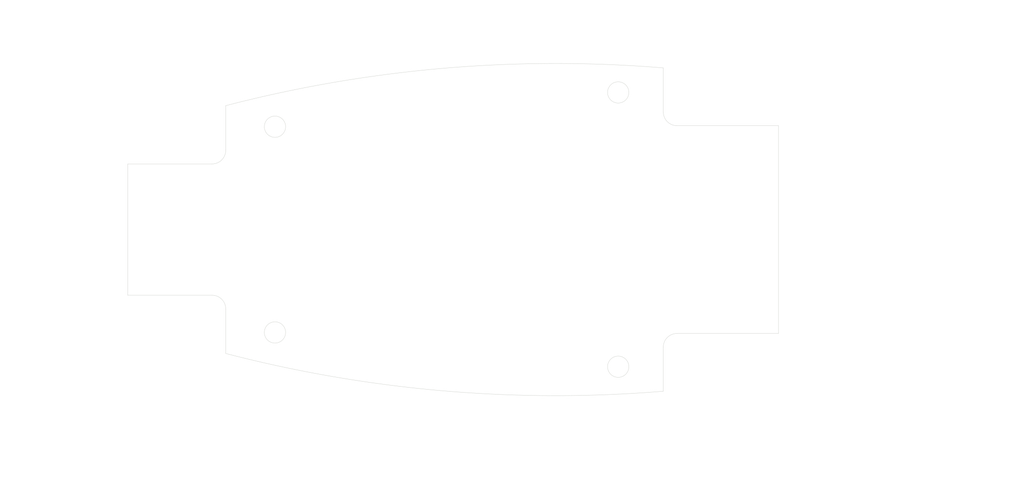
<source format=kicad_pcb>
(kicad_pcb (version 20190605) (host pcbnew "(5.99.0-29-gc3274e15f-dirty)")

  (general
    (thickness 1.6)
    (drawings 31)
    (tracks 0)
    (modules 0)
    (nets 1)
  )

  (page "A4")
  (layers
    (0 "F.Cu" signal)
    (31 "B.Cu" signal)
    (32 "B.Adhes" user)
    (33 "F.Adhes" user)
    (34 "B.Paste" user)
    (35 "F.Paste" user)
    (36 "B.SilkS" user)
    (37 "F.SilkS" user)
    (38 "B.Mask" user)
    (39 "F.Mask" user)
    (40 "Dwgs.User" user)
    (41 "Cmts.User" user)
    (42 "Eco1.User" user)
    (43 "Eco2.User" user)
    (44 "Edge.Cuts" user)
    (45 "Margin" user)
    (46 "B.CrtYd" user)
    (47 "F.CrtYd" user)
    (48 "B.Fab" user)
    (49 "F.Fab" user)
  )

  (setup
    (last_trace_width 0.25)
    (trace_clearance 0.2)
    (zone_clearance 0.508)
    (zone_45_only no)
    (trace_min 0.2)
    (via_size 0.8)
    (via_drill 0.4)
    (via_min_size 0.4)
    (via_min_drill 0.3)
    (uvia_size 0.3)
    (uvia_drill 0.1)
    (uvias_allowed no)
    (uvia_min_size 0.2)
    (uvia_min_drill 0.1)
    (max_error 0.005)
    (defaults
      (edge_clearance 0.01)
      (edge_cuts_line_width 0.05)
      (courtyard_line_width 0.05)
      (copper_line_width 0.2)
      (copper_text_dims (size 1.5 1.5) (thickness 0.3) keep_upright)
      (silk_line_width 0.12)
      (silk_text_dims (size 1 1) (thickness 0.15) keep_upright)
      (other_layers_line_width 0.1)
      (other_layers_text_dims (size 1 1) (thickness 0.15) keep_upright)
    )
    (pad_size 1.524 1.524)
    (pad_drill 0.762)
    (pad_to_mask_clearance 0.051)
    (solder_mask_min_width 0.25)
    (aux_axis_origin 0 0)
    (grid_origin 164.81 94.72)
    (visible_elements FFFFFF7F)
    (pcbplotparams
      (layerselection 0x010fc_ffffffff)
      (usegerberextensions false)
      (usegerberattributes false)
      (usegerberadvancedattributes false)
      (creategerberjobfile false)
      (excludeedgelayer true)
      (linewidth 0.100000)
      (plotframeref false)
      (viasonmask false)
      (mode 1)
      (useauxorigin false)
      (hpglpennumber 1)
      (hpglpenspeed 20)
      (hpglpendiameter 15.000000)
      (psnegative false)
      (psa4output false)
      (plotreference true)
      (plotvalue true)
      (plotinvisibletext false)
      (padsonsilk false)
      (subtractmaskfromsilk false)
      (outputformat 1)
      (mirror false)
      (drillshape 1)
      (scaleselection 1)
      (outputdirectory ""))
  )

  (net 0 "")

  (net_class "Default" "This is the default net class."
    (clearance 0.2)
    (trace_width 0.25)
    (via_dia 0.8)
    (via_drill 0.4)
    (uvia_dia 0.3)
    (uvia_drill 0.1)
  )

  (gr_text "1554AB" (at 158.01 117.02) (layer "Dwgs.User")
    (effects (font (size 2 2) (thickness 0.3)))
  )
  (dimension 40 (width 0.1) (layer "Dwgs.User")
    (gr_text "40.000 mm" (at 195.06 79.57 -90) (layer "Dwgs.User")
      (effects (font (size 1 1) (thickness 0.15)))
    )
    (feature1 (pts (xy 141.46 59.57) (xy 194.396421 59.57)))
    (feature2 (pts (xy 141.46 99.57) (xy 194.396421 99.57)))
    (crossbar (pts (xy 193.81 99.57) (xy 193.81 59.57)))
    (arrow1a (pts (xy 193.81 59.57) (xy 194.396421 60.696504)))
    (arrow1b (pts (xy 193.81 59.57) (xy 193.223579 60.696504)))
    (arrow2a (pts (xy 193.81 99.57) (xy 194.396421 98.443496)))
    (arrow2b (pts (xy 193.81 99.57) (xy 193.223579 98.443496)))
  )
  (dimension 30 (width 0.1) (layer "Dwgs.User")
    (gr_text "30.000 mm" (at 55.116696 79.57 -90) (layer "Dwgs.User")
      (effects (font (size 1 1) (thickness 0.15)))
    )
    (feature1 (pts (xy 91.46 64.57) (xy 55.780275 64.57)))
    (feature2 (pts (xy 91.46 94.57) (xy 55.780275 94.57)))
    (crossbar (pts (xy 56.366696 94.57) (xy 56.366696 64.57)))
    (arrow1a (pts (xy 56.366696 64.57) (xy 56.953117 65.696504)))
    (arrow1b (pts (xy 56.366696 64.57) (xy 55.780275 65.696504)))
    (arrow2a (pts (xy 56.366696 94.57) (xy 56.953117 93.443496)))
    (arrow2b (pts (xy 56.366696 94.57) (xy 55.780275 93.443496)))
  )
  (dimension 50 (width 0.1) (layer "Dwgs.User")
    (gr_text "50.000 mm" (at 116.46 109.975332) (layer "Dwgs.User")
      (effects (font (size 1 1) (thickness 0.15)))
    )
    (feature1 (pts (xy 91.46 99.57) (xy 91.46 109.311753)))
    (feature2 (pts (xy 141.46 99.57) (xy 141.46 109.311753)))
    (crossbar (pts (xy 141.46 108.725332) (xy 91.46 108.725332)))
    (arrow1a (pts (xy 91.46 108.725332) (xy 92.586504 108.138911)))
    (arrow1b (pts (xy 91.46 108.725332) (xy 92.586504 109.311753)))
    (arrow2a (pts (xy 141.46 108.725332) (xy 140.333496 108.138911)))
    (arrow2b (pts (xy 141.46 108.725332) (xy 140.333496 109.311753)))
  )
  (dimension 48.45 (width 0.1) (layer "Dwgs.User")
    (gr_text "48.450 mm" (at 199.160178 79.57 270) (layer "Dwgs.User")
      (effects (font (size 1 1) (thickness 0.15)))
    )
    (feature1 (pts (xy 135.01 103.795) (xy 198.496599 103.795)))
    (feature2 (pts (xy 135.01 55.345) (xy 198.496599 55.345)))
    (crossbar (pts (xy 197.910178 55.345) (xy 197.910178 103.795)))
    (arrow1a (pts (xy 197.910178 103.795) (xy 197.323757 102.668496)))
    (arrow1b (pts (xy 197.910178 103.795) (xy 198.496599 102.668496)))
    (arrow2a (pts (xy 197.910178 55.345) (xy 197.323757 56.471504)))
    (arrow2b (pts (xy 197.910178 55.345) (xy 198.496599 56.471504)))
  )
  (gr_circle (center 91.46 64.57) (end 93.01 64.57) (layer "Edge.Cuts") (width 0.05) (tstamp 5D67FFF4))
  (gr_circle (center 91.46 94.57) (end 93.01 94.57) (layer "Edge.Cuts") (width 0.05) (tstamp 5D67FFF3))
  (gr_circle (center 141.46 59.57) (end 143.01 59.57) (layer "Edge.Cuts") (width 0.05) (tstamp 5D67FFC4))
  (dimension 23.35 (width 0.1) (layer "Dwgs.User")
    (gr_text "23.350 mm" (at 153.135 109.97927) (layer "Dwgs.User")
      (effects (font (size 1 1) (thickness 0.15)))
    )
    (feature1 (pts (xy 164.81 99.57) (xy 164.81 109.315691)))
    (feature2 (pts (xy 141.46 99.57) (xy 141.46 109.315691)))
    (crossbar (pts (xy 141.46 108.72927) (xy 164.81 108.72927)))
    (arrow1a (pts (xy 164.81 108.72927) (xy 163.683496 109.315691)))
    (arrow1b (pts (xy 164.81 108.72927) (xy 163.683496 108.142849)))
    (arrow2a (pts (xy 141.46 108.72927) (xy 142.586504 109.315691)))
    (arrow2b (pts (xy 141.46 108.72927) (xy 142.586504 108.142849)))
  )
  (gr_circle (center 141.46 99.57) (end 143.01 99.57) (layer "Edge.Cuts") (width 0.05))
  (dimension 19.14 (width 0.1) (layer "Dwgs.User")
    (gr_text "19.140 mm" (at 61.303862 79.57 270) (layer "Dwgs.User")
      (effects (font (size 1 1) (thickness 0.15)))
    )
    (feature1 (pts (xy 70 89.14) (xy 61.967441 89.14)))
    (feature2 (pts (xy 70 70) (xy 61.967441 70)))
    (crossbar (pts (xy 62.553862 70) (xy 62.553862 89.14)))
    (arrow1a (pts (xy 62.553862 89.14) (xy 61.967441 88.013496)))
    (arrow1b (pts (xy 62.553862 89.14) (xy 63.140283 88.013496)))
    (arrow2a (pts (xy 62.553862 70) (xy 61.967441 71.126504)))
    (arrow2b (pts (xy 62.553862 70) (xy 63.140283 71.126504)))
  )
  (dimension 14.289456 (width 0.1) (layer "Dwgs.User")
    (gr_text "14.29 mm" (at 77.144728 46.89091) (layer "Dwgs.User")
      (effects (font (size 1 1) (thickness 0.15)))
    )
    (feature1 (pts (xy 84.289456 70) (xy 84.289456 47.554489)))
    (feature2 (pts (xy 70 70) (xy 70 47.554489)))
    (crossbar (pts (xy 70 48.14091) (xy 84.289456 48.14091)))
    (arrow1a (pts (xy 84.289456 48.14091) (xy 83.162952 48.727331)))
    (arrow1b (pts (xy 84.289456 48.14091) (xy 83.162952 47.554489)))
    (arrow2a (pts (xy 70 48.14091) (xy 71.126504 48.727331)))
    (arrow2b (pts (xy 70 48.14091) (xy 71.126504 47.554489)))
  )
  (dimension 63.740544 (width 0.1) (layer "Dwgs.User")
    (gr_text "63.74 mm" (at 116.159728 46.89091) (layer "Dwgs.User")
      (effects (font (size 1 1) (thickness 0.15)))
    )
    (feature1 (pts (xy 84.289456 64.42) (xy 84.289456 47.554489)))
    (feature2 (pts (xy 148.03 64.42) (xy 148.03 47.554489)))
    (crossbar (pts (xy 148.03 48.14091) (xy 84.289456 48.14091)))
    (arrow1a (pts (xy 84.289456 48.14091) (xy 85.41596 47.554489)))
    (arrow1b (pts (xy 84.289456 48.14091) (xy 85.41596 48.727331)))
    (arrow2a (pts (xy 148.03 48.14091) (xy 146.903496 47.554489)))
    (arrow2b (pts (xy 148.03 48.14091) (xy 146.903496 48.727331)))
  )
  (dimension 16.78 (width 0.1) (layer "Dwgs.User")
    (gr_text "16.78 mm" (at 156.42 46.841386) (layer "Dwgs.User")
      (effects (font (size 1 1) (thickness 0.15)))
    )
    (feature1 (pts (xy 148.03 64.42) (xy 148.03 47.504965)))
    (feature2 (pts (xy 164.81 64.42) (xy 164.81 47.504965)))
    (crossbar (pts (xy 164.81 48.091386) (xy 148.03 48.091386)))
    (arrow1a (pts (xy 148.03 48.091386) (xy 149.156504 47.504965)))
    (arrow1b (pts (xy 148.03 48.091386) (xy 149.156504 48.677807)))
    (arrow2a (pts (xy 164.81 48.091386) (xy 163.683496 47.504965)))
    (arrow2b (pts (xy 164.81 48.091386) (xy 163.683496 48.677807)))
  )
  (gr_arc (start 132.352295 -87.055269) (end 148.03 103.145) (angle 19.3) (layer "Edge.Cuts") (width 0.05) (tstamp 5D67FD13))
  (dimension 30.3 (width 0.1) (layer "Dwgs.User")
    (gr_text "30.300 mm" (at 190.638886 79.57 -90) (layer "Dwgs.User")
      (effects (font (size 1 1) (thickness 0.15)))
    )
    (feature1 (pts (xy 164.81 64.42) (xy 189.975307 64.42)))
    (feature2 (pts (xy 164.81 94.72) (xy 189.975307 94.72)))
    (crossbar (pts (xy 189.388886 94.72) (xy 189.388886 64.42)))
    (arrow1a (pts (xy 189.388886 64.42) (xy 189.975307 65.546504)))
    (arrow1b (pts (xy 189.388886 64.42) (xy 188.802465 65.546504)))
    (arrow2a (pts (xy 189.388886 94.72) (xy 189.975307 93.593496)))
    (arrow2b (pts (xy 189.388886 94.72) (xy 188.802465 93.593496)))
  )
  (gr_arc (start 132.352295 246.195269) (end 148.03 55.995) (angle -19.29861797) (layer "Edge.Cuts") (width 0.05))
  (gr_arc (start 150.03 62.42) (end 148.03 62.42) (angle -90) (layer "Edge.Cuts") (width 0.05) (tstamp 5D67FAB4))
  (gr_line (start 164.81 94.72) (end 164.81 64.42) (layer "Edge.Cuts") (width 0.05) (tstamp 5D67FAB3))
  (gr_line (start 148.03 96.72) (end 148.03 103.145) (layer "Edge.Cuts") (width 0.05) (tstamp 5D67FAB2))
  (gr_arc (start 150.03 96.72) (end 150.03 94.72) (angle -90) (layer "Edge.Cuts") (width 0.05) (tstamp 5D67FAB1))
  (gr_line (start 164.81 94.72) (end 150.03 94.72) (layer "Edge.Cuts") (width 0.05) (tstamp 5D67FAB0))
  (gr_line (start 164.81 64.42) (end 150.03 64.42) (layer "Edge.Cuts") (width 0.05) (tstamp 5D67FAAF))
  (gr_line (start 148.03 55.995) (end 148.03 62.42) (layer "Edge.Cuts") (width 0.05) (tstamp 5D67FAAE))
  (gr_line (start 84.285001 97.637633) (end 84.285001 91.14) (layer "Edge.Cuts") (width 0.05) (tstamp 5D67F8AB))
  (gr_line (start 84.289456 68) (end 84.289456 61.501208) (layer "Edge.Cuts") (width 0.05))
  (gr_arc (start 82.285001 91.14) (end 84.285001 91.14) (angle -90) (layer "Edge.Cuts") (width 0.05) (tstamp 5D67F849))
  (gr_arc (start 82.289456 68) (end 82.289456 70) (angle -90) (layer "Edge.Cuts") (width 0.05))
  (gr_line (start 70 70) (end 82.289456 70) (layer "Edge.Cuts") (width 0.05) (tstamp 5D67F80E))
  (gr_line (start 70 89.14) (end 82.285001 89.14) (layer "Edge.Cuts") (width 0.05))
  (gr_line (start 70 70) (end 70 89.14) (layer "Edge.Cuts") (width 0.05))

)

</source>
